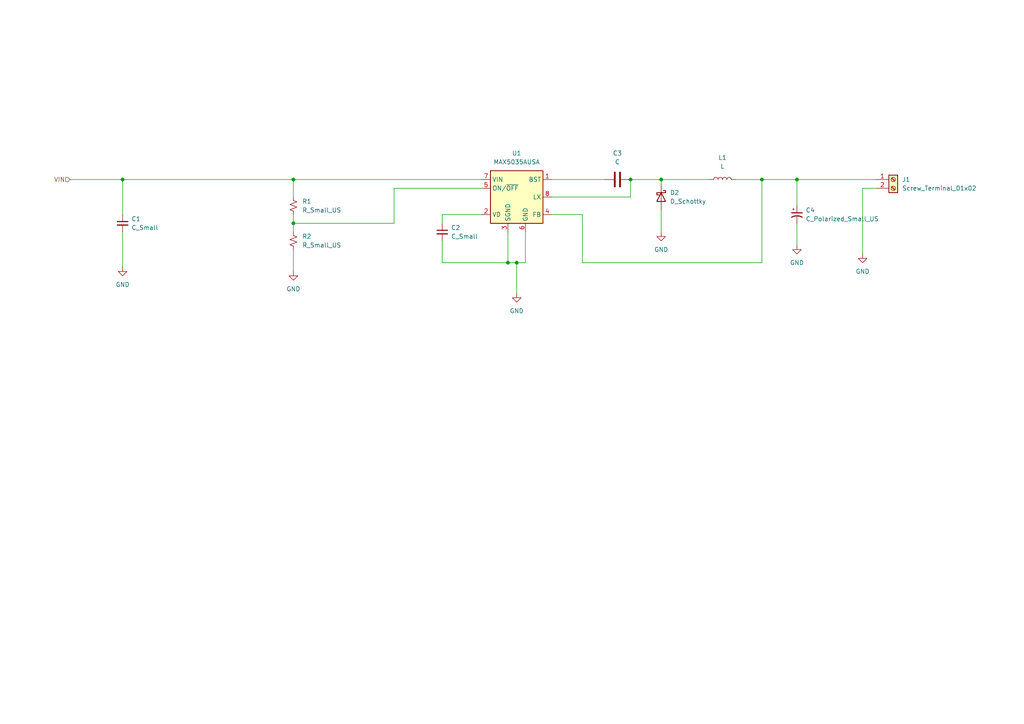
<source format=kicad_sch>
(kicad_sch (version 20210621) (generator eeschema)
  (paper "A4")
  (lib_symbols
    (symbol "Connector:Screw_Terminal_01x02" (pin_names (offset 1.016) hide)
      (property "Reference" "J" (at 0 2.54 0))
      (property "Value" "Screw_Terminal_01x02" (at 0 -5.08 0))
      (symbol "Screw_Terminal_01x02_1_1"
        (circle (center 0 -2.54) (radius 0.635) (stroke (width 0.1524)))
        (circle (center 0 0) (radius 0.635) (stroke (width 0.1524)))
        (rectangle (start -1.27 1.27) (end 1.27 -3.81) (stroke (width 0.254)) (fill (type background)))
        (polyline (pts (xy -0.5334 -2.2098) (xy 0.3302 -3.048)) (stroke (width 0.1524)))
        (polyline (pts (xy -0.5334 0.3302) (xy 0.3302 -0.508)) (stroke (width 0.1524)))
        (polyline (pts (xy -0.3556 -2.032) (xy 0.508 -2.8702)) (stroke (width 0.1524)))
        (polyline (pts (xy -0.3556 0.508) (xy 0.508 -0.3302)) (stroke (width 0.1524)))
        (pin passive line (at -5.08 0 0) (length 3.81) (name "Pin_1") (number "1"))
        (pin passive line (at -5.08 -2.54 0) (length 3.81) (name "Pin_2") (number "2"))
      )
    )
    (symbol "Device:C" (pin_numbers hide) (pin_names (offset 0.254))
      (property "Reference" "C" (at 0.635 2.54 0))
      (property "Value" "C" (at 0.635 -2.54 0))
      (symbol "C_0_1"
        (polyline (pts (xy -2.032 -0.762) (xy 2.032 -0.762)) (stroke (width 0.508)))
        (polyline (pts (xy -2.032 0.762) (xy 2.032 0.762)) (stroke (width 0.508)))
      )
      (symbol "C_1_1"
        (pin passive line (at 0 3.81 270) (length 2.794) (name "~") (number "1"))
        (pin passive line (at 0 -3.81 90) (length 2.794) (name "~") (number "2"))
      )
    )
    (symbol "Device:C_Polarized_Small_US" (pin_numbers hide) (pin_names (offset 0.254) hide)
      (property "Reference" "C" (at 0.254 1.778 0))
      (property "Value" "C_Polarized_Small_US" (at 0.254 -2.032 0))
      (symbol "C_Polarized_Small_US_0_1"
        (arc (start -1.524 -0.762) (end 1.524 -0.762) (radius (at 0 -3.556) (length 3.175) (angles 118.6 61.4)) (stroke (width 0.3048)))
        (polyline (pts (xy -1.524 0.508) (xy 1.524 0.508)) (stroke (width 0.3048)))
        (polyline (pts (xy -1.27 1.524) (xy -0.762 1.524)))
        (polyline (pts (xy -1.016 1.27) (xy -1.016 1.778)))
      )
      (symbol "C_Polarized_Small_US_1_1"
        (pin passive line (at 0 2.54 270) (length 2.032) (name "~") (number "1"))
        (pin passive line (at 0 -2.54 90) (length 2.032) (name "~") (number "2"))
      )
    )
    (symbol "Device:C_Small" (pin_numbers hide) (pin_names (offset 0.254) hide)
      (property "Reference" "C" (at 0.254 1.778 0))
      (property "Value" "C_Small" (at 0.254 -2.032 0))
      (symbol "C_Small_0_1"
        (polyline (pts (xy -1.524 -0.508) (xy 1.524 -0.508)) (stroke (width 0.3302)))
        (polyline (pts (xy -1.524 0.508) (xy 1.524 0.508)) (stroke (width 0.3048)))
      )
      (symbol "C_Small_1_1"
        (pin passive line (at 0 2.54 270) (length 2.032) (name "~") (number "1"))
        (pin passive line (at 0 -2.54 90) (length 2.032) (name "~") (number "2"))
      )
    )
    (symbol "Device:D_Schottky" (pin_numbers hide) (pin_names (offset 1.016) hide)
      (property "Reference" "D" (at 0 2.54 0))
      (property "Value" "D_Schottky" (at 0 -2.54 0))
      (symbol "D_Schottky_0_1"
        (polyline (pts (xy 1.27 0) (xy -1.27 0)))
        (polyline (pts (xy 1.27 1.27) (xy 1.27 -1.27) (xy -1.27 0) (xy 1.27 1.27)) (stroke (width 0.254)))
        (polyline (pts (xy -1.905 0.635) (xy -1.905 1.27) (xy -1.27 1.27) (xy -1.27 -1.27) (xy -0.635 -1.27) (xy -0.635 -0.635)) (stroke (width 0.254)))
      )
      (symbol "D_Schottky_1_1"
        (pin passive line (at -3.81 0 0) (length 2.54) (name "K") (number "1"))
        (pin passive line (at 3.81 0 180) (length 2.54) (name "A") (number "2"))
      )
    )
    (symbol "Device:L" (pin_numbers hide) (pin_names (offset 1.016) hide)
      (property "Reference" "L" (at -1.27 0 90))
      (property "Value" "L" (at 1.905 0 90))
      (symbol "L_0_1"
        (arc (start 0 -2.54) (end 0 -1.27) (radius (at 0 -1.905) (length 0.635) (angles -89.9 89.9)))
        (arc (start 0 -1.27) (end 0 0) (radius (at 0 -0.635) (length 0.635) (angles -89.9 89.9)))
        (arc (start 0 0) (end 0 1.27) (radius (at 0 0.635) (length 0.635) (angles -89.9 89.9)))
        (arc (start 0 1.27) (end 0 2.54) (radius (at 0 1.905) (length 0.635) (angles -89.9 89.9)))
      )
      (symbol "L_1_1"
        (pin passive line (at 0 3.81 270) (length 1.27) (name "1") (number "1"))
        (pin passive line (at 0 -3.81 90) (length 1.27) (name "2") (number "2"))
      )
    )
    (symbol "Device:R_Small_US" (pin_numbers hide) (pin_names (offset 0.254) hide)
      (property "Reference" "R" (at 0.762 0.508 0))
      (property "Value" "R_Small_US" (at 0.762 -1.016 0))
      (symbol "R_Small_US_1_1"
        (polyline (pts (xy 0 0) (xy 1.016 -0.381) (xy 0 -0.762) (xy -1.016 -1.143) (xy 0 -1.524)))
        (polyline (pts (xy 0 1.524) (xy 1.016 1.143) (xy 0 0.762) (xy -1.016 0.381) (xy 0 0)))
        (pin passive line (at 0 2.54 270) (length 1.016) (name "~") (number "1"))
        (pin passive line (at 0 -2.54 90) (length 1.016) (name "~") (number "2"))
      )
    )
    (symbol "Regulator_Switching:MAX5035AUSA"
      (property "Reference" "U" (at -7.62 8.89 0))
      (property "Value" "MAX5035AUSA" (at -2.54 8.89 0))
      (symbol "MAX5035AUSA_0_1"
        (rectangle (start -7.62 7.62) (end 7.62 -7.62) (stroke (width 0.254)) (fill (type background)))
      )
      (symbol "MAX5035AUSA_1_1"
        (pin passive line (at 10.16 5.08 180) (length 2.54) (name "BST") (number "1"))
        (pin passive line (at -10.16 -5.08 0) (length 2.54) (name "VD") (number "2"))
        (pin power_in line (at -2.54 -10.16 90) (length 2.54) (name "SGND") (number "3"))
        (pin input line (at 10.16 -5.08 180) (length 2.54) (name "FB") (number "4"))
        (pin input line (at -10.16 2.54 0) (length 2.54) (name "ON/~{OFF}") (number "5"))
        (pin power_in line (at 2.54 -10.16 90) (length 2.54) (name "GND") (number "6"))
        (pin power_in line (at -10.16 5.08 0) (length 2.54) (name "VIN") (number "7"))
        (pin output line (at 10.16 0 180) (length 2.54) (name "LX") (number "8"))
      )
    )
    (symbol "power:GND" (power) (pin_names (offset 0))
      (property "Value" "GND" (at 0 -3.81 0))
      (symbol "GND_0_1"
        (polyline (pts (xy 0 0) (xy 0 -1.27) (xy 1.27 -1.27) (xy 0 -2.54) (xy -1.27 -1.27) (xy 0 -1.27)))
      )
      (symbol "GND_1_1"
        (pin power_in line (at 0 0 270) (length 0) hide (name "GND") (number "1"))
      )
    )
  )
  (junction (at 35.56 52.07) (diameter 0.9144))
  (junction (at 85.09 52.07) (diameter 0.9144))
  (junction (at 85.09 64.77) (diameter 0.9144))
  (junction (at 147.32 76.2) (diameter 0.9144))
  (junction (at 149.86 76.2) (diameter 0.9144))
  (junction (at 182.88 52.07) (diameter 0.9144))
  (junction (at 191.77 52.07) (diameter 0.9144))
  (junction (at 220.98 52.07) (diameter 0.9144))
  (junction (at 231.14 52.07) (diameter 0.9144))
  (wire (pts (xy 20.32 52.07) (xy 35.56 52.07)))
  (wire (pts (xy 35.56 52.07) (xy 35.56 62.23)))
  (wire (pts (xy 35.56 52.07) (xy 85.09 52.07)))
  (wire (pts (xy 35.56 67.31) (xy 35.56 77.47)))
  (wire (pts (xy 85.09 52.07) (xy 85.09 57.15)))
  (wire (pts (xy 85.09 52.07) (xy 139.7 52.07)))
  (wire (pts (xy 85.09 62.23) (xy 85.09 64.77)))
  (wire (pts (xy 85.09 64.77) (xy 85.09 67.31)))
  (wire (pts (xy 85.09 72.39) (xy 85.09 78.74)))
  (wire (pts (xy 114.3 54.61) (xy 114.3 64.77)))
  (wire (pts (xy 114.3 64.77) (xy 85.09 64.77)))
  (wire (pts (xy 128.27 62.23) (xy 139.7 62.23)))
  (wire (pts (xy 128.27 64.77) (xy 128.27 62.23)))
  (wire (pts (xy 128.27 76.2) (xy 128.27 69.85)))
  (wire (pts (xy 139.7 54.61) (xy 114.3 54.61)))
  (wire (pts (xy 147.32 76.2) (xy 128.27 76.2)))
  (wire (pts (xy 147.32 76.2) (xy 147.32 67.31)))
  (wire (pts (xy 149.86 76.2) (xy 147.32 76.2)))
  (wire (pts (xy 149.86 76.2) (xy 152.4 76.2)))
  (wire (pts (xy 149.86 85.09) (xy 149.86 76.2)))
  (wire (pts (xy 152.4 76.2) (xy 152.4 67.31)))
  (wire (pts (xy 160.02 52.07) (xy 175.26 52.07)))
  (wire (pts (xy 160.02 57.15) (xy 182.88 57.15)))
  (wire (pts (xy 160.02 62.23) (xy 168.91 62.23)))
  (wire (pts (xy 168.91 62.23) (xy 168.91 76.2)))
  (wire (pts (xy 168.91 76.2) (xy 220.98 76.2)))
  (wire (pts (xy 182.88 52.07) (xy 191.77 52.07)))
  (wire (pts (xy 182.88 57.15) (xy 182.88 52.07)))
  (wire (pts (xy 191.77 52.07) (xy 205.74 52.07)))
  (wire (pts (xy 191.77 53.34) (xy 191.77 52.07)))
  (wire (pts (xy 191.77 60.96) (xy 191.77 67.31)))
  (wire (pts (xy 220.98 52.07) (xy 213.36 52.07)))
  (wire (pts (xy 220.98 52.07) (xy 231.14 52.07)))
  (wire (pts (xy 220.98 76.2) (xy 220.98 52.07)))
  (wire (pts (xy 231.14 52.07) (xy 231.14 59.69)))
  (wire (pts (xy 231.14 52.07) (xy 254 52.07)))
  (wire (pts (xy 231.14 64.77) (xy 231.14 71.12)))
  (wire (pts (xy 250.19 54.61) (xy 250.19 73.66)))
  (wire (pts (xy 254 54.61) (xy 250.19 54.61)))
  (hierarchical_label "VIN" (shape input) (at 20.32 52.07 180))
  (symbol (lib_id "power:GND") (at 35.56 77.47 0) (unit 1)
    (property "Reference" "#PWR0104" (effects hide))
    (property "Value" "GND" (at 35.56 82.55 0))
  )
  (symbol (lib_id "power:GND") (at 85.09 78.74 0) (unit 1)
    (property "Reference" "#PWR0102" (effects hide))
    (property "Value" "GND" (at 85.09 83.82 0))
  )
  (symbol (lib_id "power:GND") (at 149.86 85.09 0) (unit 1)
    (property "Reference" "#PWR0103" (effects hide))
    (property "Value" "GND" (at 149.86 90.17 0))
  )
  (symbol (lib_id "power:GND") (at 191.77 67.31 0) (unit 1)
    (property "Reference" "#PWR0105" (effects hide))
    (property "Value" "GND" (at 191.77 72.39 0))
  )
  (symbol (lib_id "power:GND") (at 231.14 71.12 0) (unit 1)
    (property "Reference" "#PWR0106" (effects hide))
    (property "Value" "GND" (at 231.14 76.2 0))
  )
  (symbol (lib_id "power:GND") (at 250.19 73.66 0) (unit 1)
    (property "Reference" "#PWR0107" (effects hide))
    (property "Value" "GND" (at 250.19 78.74 0))
  )
  (symbol (lib_id "Device:L") (at 209.55 52.07 90) (unit 1)
    (property "Reference" "L1" (at 209.55 45.72 90))
    (property "Value" "L" (at 209.55 48.26 90))
  )
  (symbol (lib_id "Device:R_Small_US") (at 85.09 59.69 0) (unit 1)
    (property "Reference" "R1" (at 87.63 58.4199 0) (effects (justify left)))
    (property "Value" "R_Small_US" (at 87.63 60.9599 0) (effects (justify left)))
  )
  (symbol (lib_id "Device:R_Small_US") (at 85.09 69.85 0) (unit 1)
    (property "Reference" "R2" (at 87.63 68.5799 0) (effects (justify left)))
    (property "Value" "R_Small_US" (at 87.63 71.1199 0) (effects (justify left)))
  )
  (symbol (lib_id "Device:C_Polarized_Small_US") (at 231.14 62.23 0) (unit 1)
    (property "Reference" "C4" (at 233.68 60.9599 0) (effects (justify left)))
    (property "Value" "C_Polarized_Small_US" (at 233.68 63.4999 0) (effects (justify left)))
  )
  (symbol (lib_id "Device:C_Small") (at 35.56 64.77 0) (unit 1)
    (property "Reference" "C1" (at 38.1 63.4999 0) (effects (justify left)))
    (property "Value" "C_Small" (at 38.1 66.0399 0) (effects (justify left)))
  )
  (symbol (lib_id "Device:C_Small") (at 128.27 67.31 0) (unit 1)
    (property "Reference" "C2" (at 130.81 66.0399 0) (effects (justify left)))
    (property "Value" "C_Small" (at 130.81 68.5799 0) (effects (justify left)))
  )
  (symbol (lib_id "Device:D_Schottky") (at 191.77 57.15 270) (unit 1)
    (property "Reference" "D2" (at 194.31 55.8799 90) (effects (justify left)))
    (property "Value" "D_Schottky" (at 194.31 58.4199 90) (effects (justify left)))
  )
  (symbol (lib_id "Connector:Screw_Terminal_01x02") (at 259.08 52.07 0) (unit 1)
    (property "Reference" "J1" (at 261.62 52.0699 0) (effects (justify left)))
    (property "Value" "Screw_Terminal_01x02" (at 261.62 54.6099 0) (effects (justify left)))
  )
  (symbol (lib_id "Device:C") (at 179.07 52.07 90) (unit 1)
    (property "Reference" "C3" (at 179.07 44.45 90))
    (property "Value" "C" (at 179.07 46.99 90))
  )
  (symbol (lib_id "Regulator_Switching:MAX5035AUSA") (at 149.86 57.15 0) (unit 1)
    (property "Reference" "U1" (at 149.86 44.45 0))
    (property "Value" "MAX5035AUSA" (at 149.86 46.99 0))
    (property "Footprint" "Package_SO:SOIC-8_3.9x4.9mm_P1.27mm" (effects hide))
    (property "Datasheet" "http://datasheets.maximintegrated.com/en/ds/MAX5035.pdf" (effects hide))
  )
)
</source>
